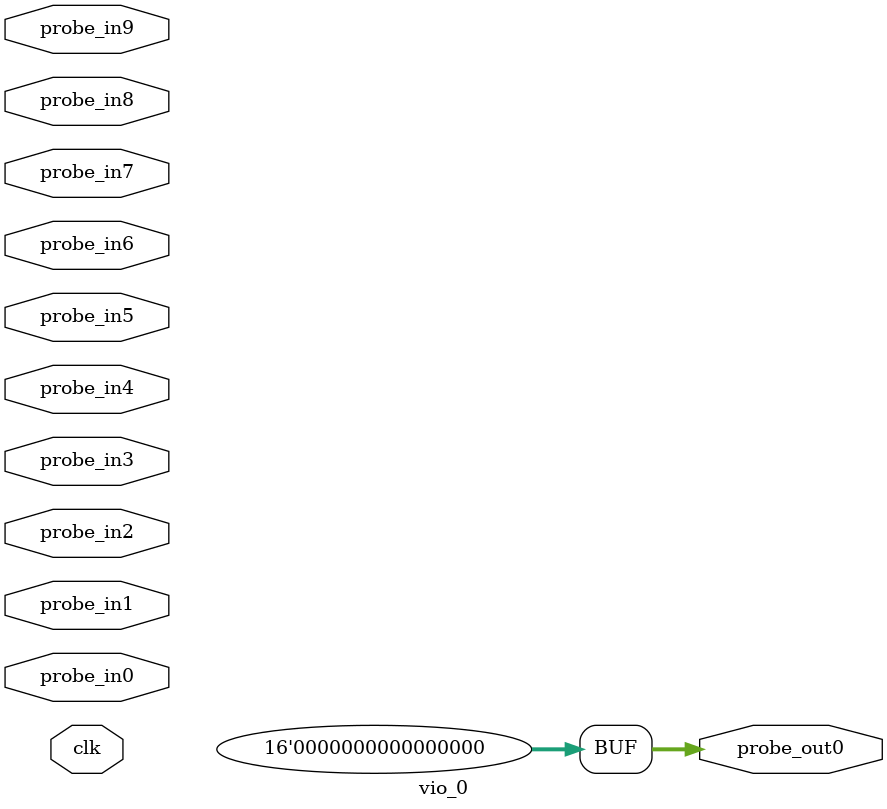
<source format=v>
`timescale 1ns / 1ps
module vio_0 (
clk,
probe_in0,probe_in1,probe_in2,probe_in3,probe_in4,probe_in5,probe_in6,probe_in7,probe_in8,probe_in9,
probe_out0
);

input clk;
input [8 : 0] probe_in0;
input [8 : 0] probe_in1;
input [8 : 0] probe_in2;
input [7 : 0] probe_in3;
input [7 : 0] probe_in4;
input [0 : 0] probe_in5;
input [0 : 0] probe_in6;
input [3 : 0] probe_in7;
input [7 : 0] probe_in8;
input [8 : 0] probe_in9;

output reg [15 : 0] probe_out0 = 'h0000 ;


endmodule

</source>
